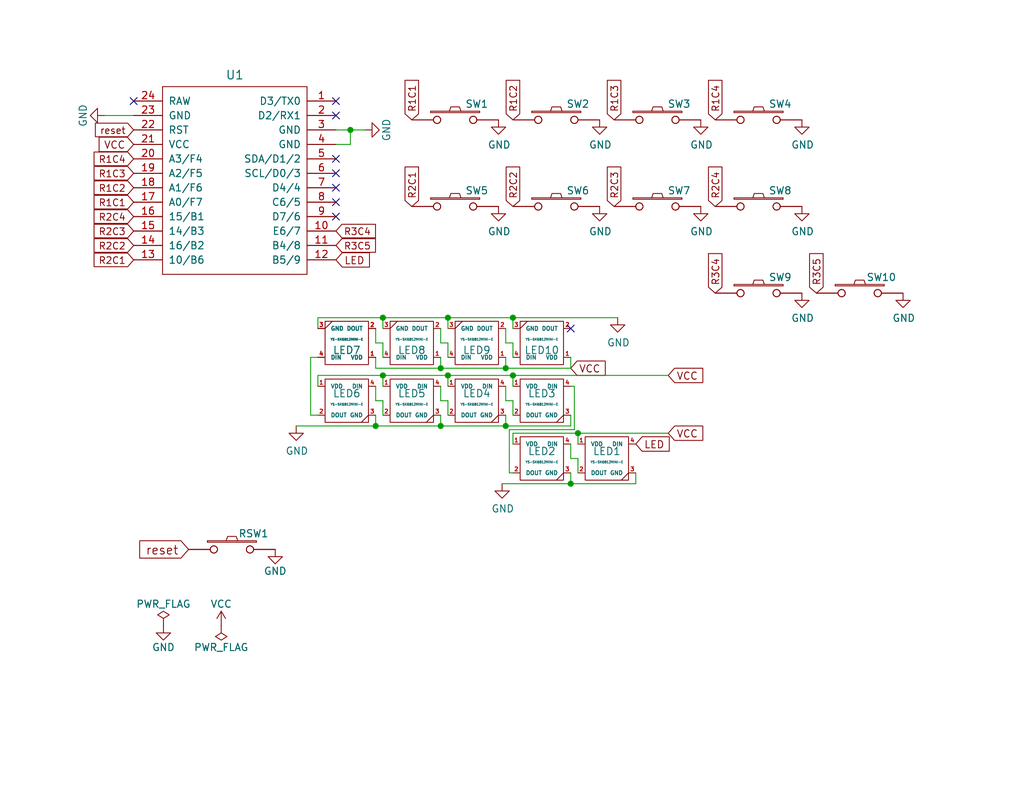
<source format=kicad_sch>
(kicad_sch (version 20230121) (generator eeschema)
  (paper "User" 180.01 140.005)
  (title_block (title "РИСАТЕНО") (date "2021-02-28") (rev "0.22_RGB") (company "Aroum"))
  (lib_symbols
    (symbol "PNCATEHO:ProMicro_r" (pin_names (offset 1.016))
      (property "Reference" "U" (at 1.27 22.86 0))
      (property "Value" "PNCATEHO_ProMicro_r" (at 1.27 -15.24 0))
      (symbol "ProMicro_r_0_1"
        (rectangle (start 13.97 20.32) (end -11.43 -12.7))
      )
      (symbol "ProMicro_r_1_1"
        (pin bidirectional line (at 19.05 17.78 180) (length 5.08) (name "D3/TX0") (number "1"))
        (pin bidirectional line (at 19.05 -5.08 180) (length 5.08) (name "E6/7") (number "10"))
        (pin bidirectional line (at 19.05 -7.62 180) (length 5.08) (name "B4/8") (number "11"))
        (pin bidirectional line (at 19.05 -10.16 180) (length 5.08) (name "B5/9") (number "12"))
        (pin bidirectional line (at -16.51 -10.16 0) (length 5.08) (name "10/B6") (number "13"))
        (pin bidirectional line (at -16.51 -7.62 0) (length 5.08) (name "16/B2") (number "14"))
        (pin bidirectional line (at -16.51 -5.08 0) (length 5.08) (name "14/B3") (number "15"))
        (pin bidirectional line (at -16.51 -2.54 0) (length 5.08) (name "15/B1") (number "16"))
        (pin bidirectional line (at -16.51 0 0) (length 5.08) (name "A0/F7") (number "17"))
        (pin bidirectional line (at -16.51 2.54 0) (length 5.08) (name "A1/F6") (number "18"))
        (pin bidirectional line (at -16.51 5.08 0) (length 5.08) (name "A2/F5") (number "19"))
        (pin bidirectional line (at 19.05 15.24 180) (length 5.08) (name "D2/RX1") (number "2"))
        (pin bidirectional line (at -16.51 7.62 0) (length 5.08) (name "A3/F4") (number "20"))
        (pin power_in line (at -16.51 10.16 0) (length 5.08) (name "VCC") (number "21"))
        (pin input line (at -16.51 12.7 0) (length 5.08) (name "RST") (number "22"))
        (pin power_in line (at -16.51 15.24 0) (length 5.08) (name "GND") (number "23"))
        (pin power_out line (at -16.51 17.78 0) (length 5.08) (name "RAW") (number "24"))
        (pin power_in line (at 19.05 12.7 180) (length 5.08) (name "GND") (number "3"))
        (pin power_in line (at 19.05 10.16 180) (length 5.08) (name "GND") (number "4"))
        (pin bidirectional line (at 19.05 7.62 180) (length 5.08) (name "SDA/D1/2") (number "5"))
        (pin bidirectional line (at 19.05 5.08 180) (length 5.08) (name "SCL/D0/3") (number "6"))
        (pin bidirectional line (at 19.05 2.54 180) (length 5.08) (name "D4/4") (number "7"))
        (pin bidirectional line (at 19.05 0 180) (length 5.08) (name "C6/5") (number "8"))
        (pin bidirectional line (at 19.05 -2.54 180) (length 5.08) (name "D7/6") (number "9"))
      )
    )
    (symbol "PNCATEHO:SW_PUSH" (pin_numbers hide) (pin_names (offset 1.016) hide)
      (property "Reference" "SW" (at 3.81 2.794 0))
      (property "Value" "PNCATEHO_SW_PUSH" (at 0 -2.032 0))
      (symbol "SW_PUSH_0_1"
        (rectangle (start -4.318 1.27) (end 4.318 1.524))
        (polyline (pts (xy -1.016 1.524) (xy -0.762 2.286) (xy 0.762 2.286) (xy 1.016 1.524)))
        (pin passive inverted (at -7.62 0 0) (length 5.08) (name "1") (number "1"))
        (pin passive inverted (at 7.62 0 180) (length 5.08) (name "2") (number "2"))
      )
    )
    (symbol "PNCATEHO:YS-SK6812MINI-E" (pin_names (offset 1.016))
      (property "Reference" "LED" (at 0 0 0))
      (property "Value" "PNCATEHO_YS-SK6812MINI-E" (at 0 -1.524 0))
      (symbol "YS-SK6812MINI-E_0_1"
        (rectangle (start -3.81 3.81) (end 3.81 -3.81))
        (polyline (pts (xy 2.54 -3.81) (xy 3.81 -2.54)))
      )
      (symbol "YS-SK6812MINI-E_1_1"
        (pin power_in line (at -5.08 2.54 0) (length 1.1938) (name "VDD") (number "1"))
        (pin output line (at -5.08 -2.54 0) (length 1.1938) (name "DOUT") (number "2"))
        (pin power_in line (at 5.08 -2.54 180) (length 1.1938) (name "GND") (number "3"))
        (pin input line (at 5.08 2.54 180) (length 1.1938) (name "DIN") (number "4"))
      )
    )
    (symbol "power:GND" (power) (pin_names (offset 0))
      (property "Value" "GND" (at 0 -3.81 0))
      (symbol "GND_0_1"
        (polyline (pts (xy 0 0) (xy 0 -1.27) (xy 1.27 -1.27) (xy 0 -2.54) (xy -1.27 -1.27) (xy 0 -1.27)))
      )
      (symbol "GND_1_1"
        (pin power_in line (at 0 0 270) (length 0) hide (name "GND") (number "1"))
      )
    )
    (symbol "power:PWR_FLAG" (power) (pin_numbers hide) (pin_names (offset 0) hide)
      (property "Value" "PWR_FLAG" (at 0 3.81 0))
      (symbol "PWR_FLAG_0_0"
        (pin power_out line (at 0 0 90) (length 0) (name "pwr") (number "1"))
      )
      (symbol "PWR_FLAG_0_1"
        (polyline (pts (xy 0 0) (xy 0 1.27) (xy -1.016 1.905) (xy 0 2.54) (xy 1.016 1.905) (xy 0 1.27)))
      )
    )
    (symbol "power:VCC" (power) (pin_names (offset 0))
      (property "Value" "VCC" (at 0 3.81 0))
      (symbol "VCC_0_1"
        (polyline (pts (xy -0.762 1.27) (xy 0 2.54)))
        (polyline (pts (xy 0 0) (xy 0 2.54)))
        (polyline (pts (xy 0 2.54) (xy 0.762 1.27)))
      )
      (symbol "VCC_1_1"
        (pin power_in line (at 0 0 90) (length 0) hide (name "VCC") (number "1"))
      )
    )
  )
  (junction (at 66.04 74.93))
  (junction (at 67.31 66.04))
  (junction (at 90.17 55.88))
  (junction (at 78.74 66.04))
  (junction (at 100.33 85.09))
  (junction (at 101.6 76.2))
  (junction (at 61.595 22.86))
  (junction (at 88.9 64.77))
  (junction (at 77.47 64.77))
  (junction (at 90.17 66.04))
  (junction (at 88.9 74.93))
  (junction (at 67.31 55.88))
  (junction (at 77.47 74.93))
  (junction (at 78.74 55.88))
  (no_connect (at 23.495 17.78))
  (no_connect (at 59.055 17.78))
  (no_connect (at 59.055 20.32))
  (no_connect (at 59.055 35.56))
  (no_connect (at 59.055 30.48))
  (no_connect (at 59.055 38.1))
  (no_connect (at 100.33 57.785))
  (no_connect (at 59.055 33.02))
  (no_connect (at 59.055 27.94))
  (wire (pts (xy 111.76 83.185) (xy 111.76 85.09)))
  (wire (pts (xy 67.31 73.025) (xy 67.31 70.485)))
  (wire (pts (xy 67.31 62.865) (xy 67.31 60.325)))
  (wire (pts (xy 67.31 55.88) (xy 55.88 55.88)))
  (wire (pts (xy 100.33 64.77) (xy 100.33 62.865)))
  (wire (pts (xy 64.135 22.86) (xy 61.595 22.86)))
  (wire (pts (xy 78.74 66.04) (xy 67.31 66.04)))
  (wire (pts (xy 90.17 66.04) (xy 78.74 66.04)))
  (wire (pts (xy 100.33 67.945) (xy 100.965 67.945)))
  (wire (pts (xy 54.61 73.025) (xy 54.61 62.865)))
  (wire (pts (xy 66.04 62.865) (xy 66.04 64.77)))
  (wire (pts (xy 88.9 74.93) (xy 77.47 74.93)))
  (wire (pts (xy 90.17 73.025) (xy 90.17 70.485)))
  (wire (pts (xy 66.04 74.93) (xy 52.07 74.93)))
  (wire (pts (xy 61.595 25.4) (xy 61.595 22.86)))
  (wire (pts (xy 78.74 60.325) (xy 77.47 60.325)))
  (wire (pts (xy 88.9 60.325) (xy 88.9 57.785)))
  (wire (pts (xy 101.6 83.185) (xy 101.6 80.645)))
  (wire (pts (xy 67.31 55.88) (xy 67.31 57.785)))
  (wire (pts (xy 90.17 67.945) (xy 90.17 66.04)))
  (wire (pts (xy 100.33 73.025) (xy 100.33 74.93)))
  (wire (pts (xy 55.88 73.025) (xy 54.61 73.025)))
  (wire (pts (xy 100.33 85.09) (xy 88.265 85.09)))
  (wire (pts (xy 66.04 74.93) (xy 66.04 73.025)))
  (wire (pts (xy 101.6 80.645) (xy 100.33 80.645)))
  (wire (pts (xy 88.9 74.93) (xy 88.9 73.025)))
  (wire (pts (xy 88.9 70.485) (xy 88.9 67.945)))
  (wire (pts (xy 88.9 64.77) (xy 88.9 62.865)))
  (wire (pts (xy 66.04 60.325) (xy 66.04 57.785)))
  (wire (pts (xy 101.6 76.2) (xy 101.6 78.105)))
  (wire (pts (xy 90.17 55.88) (xy 108.585 55.88)))
  (wire (pts (xy 90.17 78.105) (xy 90.17 76.2)))
  (wire (pts (xy 61.595 22.86) (xy 59.055 22.86)))
  (wire (pts (xy 90.17 55.88) (xy 78.74 55.88)))
  (wire (pts (xy 78.74 70.485) (xy 77.47 70.485)))
  (wire (pts (xy 100.33 74.93) (xy 88.9 74.93)))
  (wire (pts (xy 100.33 80.645) (xy 100.33 78.105)))
  (wire (pts (xy 77.47 70.485) (xy 77.47 67.945)))
  (wire (pts (xy 89.535 83.185) (xy 89.535 75.565)))
  (wire (pts (xy 100.33 85.09) (xy 111.76 85.09)))
  (wire (pts (xy 90.17 76.2) (xy 101.6 76.2)))
  (wire (pts (xy 77.47 60.325) (xy 77.47 57.785)))
  (wire (pts (xy 78.74 66.04) (xy 78.74 67.945)))
  (wire (pts (xy 66.04 70.485) (xy 66.04 67.945)))
  (wire (pts (xy 90.17 60.325) (xy 88.9 60.325)))
  (wire (pts (xy 77.47 74.93) (xy 66.04 74.93)))
  (wire (pts (xy 90.17 70.485) (xy 88.9 70.485)))
  (wire (pts (xy 77.47 74.93) (xy 77.47 73.025)))
  (wire (pts (xy 100.965 67.945) (xy 100.965 75.565)))
  (wire (pts (xy 54.61 62.865) (xy 55.88 62.865)))
  (wire (pts (xy 67.31 60.325) (xy 66.04 60.325)))
  (wire (pts (xy 78.74 73.025) (xy 78.74 70.485)))
  (wire (pts (xy 78.74 55.88) (xy 67.31 55.88)))
  (wire (pts (xy 117.475 66.04) (xy 90.17 66.04)))
  (wire (pts (xy 55.88 66.04) (xy 55.88 67.945)))
  (wire (pts (xy 89.535 75.565) (xy 100.965 75.565)))
  (wire (pts (xy 77.47 64.77) (xy 88.9 64.77)))
  (wire (pts (xy 55.88 55.88) (xy 55.88 57.785)))
  (wire (pts (xy 78.74 55.88) (xy 78.74 57.785)))
  (wire (pts (xy 23.495 20.32) (xy 18.415 20.32)))
  (wire (pts (xy 67.31 66.04) (xy 55.88 66.04)))
  (wire (pts (xy 66.04 64.77) (xy 77.47 64.77)))
  (wire (pts (xy 101.6 76.2) (xy 117.475 76.2)))
  (wire (pts (xy 90.17 62.865) (xy 90.17 60.325)))
  (wire (pts (xy 100.33 83.185) (xy 100.33 85.09)))
  (wire (pts (xy 90.17 57.785) (xy 90.17 55.88)))
  (wire (pts (xy 67.31 66.04) (xy 67.31 67.945)))
  (wire (pts (xy 88.9 64.77) (xy 100.33 64.77)))
  (wire (pts (xy 78.74 62.865) (xy 78.74 60.325)))
  (wire (pts (xy 59.055 25.4) (xy 61.595 25.4)))
  (wire (pts (xy 67.31 70.485) (xy 66.04 70.485)))
  (wire (pts (xy 77.47 64.77) (xy 77.47 62.865)))
  (wire (pts (xy 90.17 83.185) (xy 89.535 83.185)))
  (global_label "VCC" (shape input) (at 117.475 76.2 0) (property "Intersheetrefs" "${INTERSHEET_REFS}" (effects hide)))
  (global_label "R1C1" (shape input) (at 72.39 21.082 90) (effects (font (size 1.1938 1.1938))) (property "Intersheetrefs" "${INTERSHEET_REFS}" (effects hide)))
  (global_label "R2C2" (shape input) (at 23.495 43.18 180) (effects (font (size 1.1938 1.1938))) (property "Intersheetrefs" "${INTERSHEET_REFS}" (effects hide)))
  (global_label "VCC" (shape input) (at 100.33 64.77 0) (property "Intersheetrefs" "${INTERSHEET_REFS}" (effects hide)))
  (global_label "R2C1" (shape input) (at 72.39 36.322 90) (effects (font (size 1.1938 1.1938))) (property "Intersheetrefs" "${INTERSHEET_REFS}" (effects hide)))
  (global_label "VCC" (shape input) (at 23.495 25.4 180) (property "Intersheetrefs" "${INTERSHEET_REFS}" (effects hide)))
  (global_label "R2C2" (shape input) (at 90.17 36.322 90) (effects (font (size 1.1938 1.1938))) (property "Intersheetrefs" "${INTERSHEET_REFS}" (effects hide)))
  (global_label "R1C3" (shape input) (at 107.95 21.082 90) (effects (font (size 1.1938 1.1938))) (property "Intersheetrefs" "${INTERSHEET_REFS}" (effects hide)))
  (global_label "R2C1" (shape input) (at 23.495 45.72 180) (effects (font (size 1.1938 1.1938))) (property "Intersheetrefs" "${INTERSHEET_REFS}" (effects hide)))
  (global_label "R1C3" (shape input) (at 23.495 30.48 180) (effects (font (size 1.1938 1.1938))) (property "Intersheetrefs" "${INTERSHEET_REFS}" (effects hide)))
  (global_label "R1C2" (shape input) (at 90.17 21.082 90) (effects (font (size 1.1938 1.1938))) (property "Intersheetrefs" "${INTERSHEET_REFS}" (effects hide)))
  (global_label "reset" (shape input) (at 33.147 96.647 180) (effects (font (size 1.524 1.524))) (property "Intersheetrefs" "${INTERSHEET_REFS}" (effects hide)))
  (global_label "LED" (shape input) (at 111.76 78.105 0) (property "Intersheetrefs" "${INTERSHEET_REFS}" (effects hide)))
  (global_label "R3C5" (shape input) (at 59.055 43.18 0) (effects (font (size 1.1938 1.1938))) (property "Intersheetrefs" "${INTERSHEET_REFS}" (effects hide)))
  (global_label "reset" (shape input) (at 23.495 22.86 180) (effects (font (size 1.1938 1.1938))) (property "Intersheetrefs" "${INTERSHEET_REFS}" (effects hide)))
  (global_label "R3C4" (shape input) (at 125.73 51.562 90) (effects (font (size 1.1938 1.1938))) (property "Intersheetrefs" "${INTERSHEET_REFS}" (effects hide)))
  (global_label "R1C4" (shape input) (at 23.495 27.94 180) (effects (font (size 1.1938 1.1938))) (property "Intersheetrefs" "${INTERSHEET_REFS}" (effects hide)))
  (global_label "R1C1" (shape input) (at 23.495 35.56 180) (effects (font (size 1.1938 1.1938))) (property "Intersheetrefs" "${INTERSHEET_REFS}" (effects hide)))
  (global_label "R1C4" (shape input) (at 125.73 21.082 90) (effects (font (size 1.1938 1.1938))) (property "Intersheetrefs" "${INTERSHEET_REFS}" (effects hide)))
  (global_label "R1C2" (shape input) (at 23.495 33.02 180) (effects (font (size 1.1938 1.1938))) (property "Intersheetrefs" "${INTERSHEET_REFS}" (effects hide)))
  (global_label "R3C4" (shape input) (at 59.055 40.64 0) (effects (font (size 1.1938 1.1938))) (property "Intersheetrefs" "${INTERSHEET_REFS}" (effects hide)))
  (global_label "R3C5" (shape input) (at 143.51 51.562 90) (effects (font (size 1.1938 1.1938))) (property "Intersheetrefs" "${INTERSHEET_REFS}" (effects hide)))
  (global_label "R2C3" (shape input) (at 23.495 40.64 180) (effects (font (size 1.1938 1.1938))) (property "Intersheetrefs" "${INTERSHEET_REFS}" (effects hide)))
  (global_label "VCC" (shape input) (at 117.475 66.04 0) (property "Intersheetrefs" "${INTERSHEET_REFS}" (effects hide)))
  (global_label "R2C4" (shape input) (at 23.495 38.1 180) (effects (font (size 1.1938 1.1938))) (property "Intersheetrefs" "${INTERSHEET_REFS}" (effects hide)))
  (global_label "R2C3" (shape input) (at 107.95 36.322 90) (effects (font (size 1.1938 1.1938))) (property "Intersheetrefs" "${INTERSHEET_REFS}" (effects hide)))
  (global_label "R2C4" (shape input) (at 125.73 36.322 90) (effects (font (size 1.1938 1.1938))) (property "Intersheetrefs" "${INTERSHEET_REFS}" (effects hide)))
  (global_label "LED" (shape input) (at 59.055 45.72 0) (property "Intersheetrefs" "${INTERSHEET_REFS}" (effects hide)))
  (symbol (lib_id "PNCATEHO:SW_PUSH") (at 80.01 21.082 0) (unit 1)
    (property "Reference" "SW1" (at 83.82 18.288 0))
    (property "Value" "SW_PUSH" (effects hide))
    (property "Footprint" "PNCATEHO:ChocV1_duplex" (effects hide))
  )
  (symbol (lib_id "PNCATEHO:SW_PUSH") (at 97.79 21.082 0) (unit 1)
    (property "Reference" "SW2" (at 101.6 18.288 0))
    (property "Value" "SW_PUSH" (effects hide))
    (property "Footprint" "PNCATEHO:ChocV1_duplex" (effects hide))
  )
  (symbol (lib_id "PNCATEHO:SW_PUSH") (at 115.57 21.082 0) (unit 1)
    (property "Reference" "SW3" (at 119.38 18.288 0))
    (property "Value" "SW_PUSH" (effects hide))
    (property "Footprint" "PNCATEHO:ChocV1_duplex" (effects hide))
  )
  (symbol (lib_id "PNCATEHO:SW_PUSH") (at 133.35 21.082 0) (unit 1)
    (property "Reference" "SW4" (at 137.16 18.288 0))
    (property "Value" "SW_PUSH" (effects hide))
    (property "Footprint" "PNCATEHO:ChocV1_duplex" (effects hide))
  )
  (symbol (lib_id "PNCATEHO:SW_PUSH") (at 80.01 36.322 0) (unit 1)
    (property "Reference" "SW5" (at 83.82 33.528 0))
    (property "Value" "SW_PUSH" (effects hide))
    (property "Footprint" "PNCATEHO:ChocV1_duplex" (effects hide))
  )
  (symbol (lib_id "PNCATEHO:SW_PUSH") (at 97.79 36.322 0) (unit 1)
    (property "Reference" "SW6" (at 101.6 33.528 0))
    (property "Value" "SW_PUSH" (effects hide))
    (property "Footprint" "PNCATEHO:ChocV1_duplex" (effects hide))
  )
  (symbol (lib_id "PNCATEHO:SW_PUSH") (at 115.57 36.322 0) (unit 1)
    (property "Reference" "SW7" (at 119.38 33.528 0))
    (property "Value" "SW_PUSH" (effects hide))
    (property "Footprint" "PNCATEHO:ChocV1_duplex" (effects hide))
  )
  (symbol (lib_id "PNCATEHO:SW_PUSH") (at 133.35 36.322 0) (unit 1)
    (property "Reference" "SW8" (at 137.16 33.528 0))
    (property "Value" "SW_PUSH" (effects hide))
    (property "Footprint" "PNCATEHO:ChocV1_duplex" (effects hide))
  )
  (symbol (lib_id "PNCATEHO:SW_PUSH") (at 133.35 51.562 0) (unit 1)
    (property "Reference" "SW9" (at 137.16 48.768 0))
    (property "Value" "SW_PUSH" (effects hide))
    (property "Footprint" "PNCATEHO:ChocV1_duplex" (effects hide))
  )
  (symbol (lib_id "PNCATEHO:SW_PUSH") (at 151.13 51.562 0) (unit 1)
    (property "Reference" "SW10" (at 154.94 48.768 0))
    (property "Value" "SW_PUSH" (effects hide))
    (property "Footprint" "PNCATEHO:ChocV1_duplex" (effects hide))
  )
  (symbol (lib_id "power:GND") (at 64.135 22.86 90) (unit 1)
    (property "Reference" "#PWR08" (effects hide))
    (property "Value" "GND" (at 67.945 22.86 0))
  )
  (symbol (lib_id "power:GND") (at 28.7274 110.0582 0) (unit 1)
    (property "Reference" "#PWR04" (effects hide))
    (property "Value" "GND" (at 28.7274 113.8682 0))
  )
  (symbol (lib_id "power:VCC") (at 38.8874 110.0582 0) (unit 1)
    (property "Reference" "#PWR05" (effects hide))
    (property "Value" "VCC" (at 38.8874 106.2482 0))
  )
  (symbol (lib_id "power:PWR_FLAG") (at 38.8874 110.0582 180) (unit 1)
    (property "Reference" "#FLG02" (effects hide))
    (property "Value" "PWR_FLAG" (at 38.8874 113.8682 0))
  )
  (symbol (lib_id "power:PWR_FLAG") (at 28.7274 110.0582 0) (unit 1)
    (property "Reference" "#FLG01" (effects hide))
    (property "Value" "PWR_FLAG" (at 28.7274 106.2482 0))
  )
  (symbol (lib_id "PNCATEHO:SW_PUSH") (at 40.767 96.647 0) (unit 1)
    (property "Reference" "RSW1" (at 44.577 93.853 0))
    (property "Value" "SW_PUSH" (effects hide))
    (property "Footprint" "PNCATEHO:SW_3x4x2_2legs_duplex" (effects hide))
  )
  (symbol (lib_id "power:GND") (at 48.387 96.647 0) (unit 1)
    (property "Reference" "#PWR0101" (effects hide))
    (property "Value" "GND" (at 48.387 100.457 0))
  )
  (symbol (lib_id "PNCATEHO:ProMicro_r") (at 40.005 35.56 0) (unit 1)
    (property "Reference" "U1" (at 41.275 13.1826 0) (effects (font (size 1.524 1.524))))
    (property "Value" "ProMicro_r" (effects hide))
    (property "Footprint" "PNCATEHO:ProMicro_duplex" (effects hide))
  )
  (symbol (lib_id "power:GND") (at 18.415 20.32 270) (unit 1)
    (property "Reference" "#PWR0111" (effects hide))
    (property "Value" "GND" (at 14.605 20.32 0))
  )
  (symbol (lib_id "power:GND") (at 140.97 36.322 0) (unit 1)
    (property "Reference" "#PWR0102" (effects hide))
    (property "Value" "GND" (at 141.097 40.7162 0))
  )
  (symbol (lib_id "power:GND") (at 123.19 36.322 0) (unit 1)
    (property "Reference" "#PWR0103" (effects hide))
    (property "Value" "GND" (at 123.317 40.7162 0))
  )
  (symbol (lib_id "power:GND") (at 105.41 36.322 0) (unit 1)
    (property "Reference" "#PWR0104" (effects hide))
    (property "Value" "GND" (at 105.537 40.7162 0))
  )
  (symbol (lib_id "power:GND") (at 87.63 36.322 0) (unit 1)
    (property "Reference" "#PWR0105" (effects hide))
    (property "Value" "GND" (at 87.757 40.7162 0))
  )
  (symbol (lib_id "power:GND") (at 140.97 51.562 0) (unit 1)
    (property "Reference" "#PWR0106" (effects hide))
    (property "Value" "GND" (at 141.097 55.9562 0))
  )
  (symbol (lib_id "power:GND") (at 158.75 51.562 0) (unit 1)
    (property "Reference" "#PWR0107" (effects hide))
    (property "Value" "GND" (at 158.877 55.9562 0))
  )
  (symbol (lib_id "power:GND") (at 140.97 21.082 0) (unit 1)
    (property "Reference" "#PWR0108" (effects hide))
    (property "Value" "GND" (at 141.097 25.4762 0))
  )
  (symbol (lib_id "power:GND") (at 123.19 21.082 0) (unit 1)
    (property "Reference" "#PWR0109" (effects hide))
    (property "Value" "GND" (at 123.317 25.4762 0))
  )
  (symbol (lib_id "power:GND") (at 105.41 21.082 0) (unit 1)
    (property "Reference" "#PWR0110" (effects hide))
    (property "Value" "GND" (at 105.537 25.4762 0))
  )
  (symbol (lib_id "power:GND") (at 87.63 21.082 0) (unit 1)
    (property "Reference" "#PWR0112" (effects hide))
    (property "Value" "GND" (at 87.757 25.4762 0))
  )
  (symbol (lib_id "power:GND") (at 88.265 85.09 0) (unit 1)
    (property "Reference" "#PWR0113" (effects hide))
    (property "Value" "GND" (at 88.392 89.4842 0))
  )
  (symbol (lib_id "PNCATEHO:YS-SK6812MINI-E") (at 106.68 80.645 0) (unit 1)
    (property "Reference" "LED1" (at 106.68 79.375 0) (effects (font (size 1.2954 1.2954))))
    (property "Value" "YS-SK6812MINI-E" (at 106.68 81.28 0) (effects (font (size 0.4064 0.4064))))
    (property "Footprint" "PNCATEHO:YS-SK6812MINI-E_duplex" (effects hide))
  )
  (symbol (lib_id "PNCATEHO:YS-SK6812MINI-E") (at 95.25 80.645 0) (unit 1)
    (property "Reference" "LED2" (at 95.25 79.375 0) (effects (font (size 1.2954 1.2954))))
    (property "Value" "YS-SK6812MINI-E" (at 95.25 81.28 0) (effects (font (size 0.4064 0.4064))))
    (property "Footprint" "PNCATEHO:YS-SK6812MINI-E_duplex" (effects hide))
  )
  (symbol (lib_id "PNCATEHO:YS-SK6812MINI-E") (at 95.25 70.485 0) (unit 1)
    (property "Reference" "LED3" (at 95.25 69.215 0) (effects (font (size 1.2954 1.2954))))
    (property "Value" "YS-SK6812MINI-E" (at 95.25 71.12 0) (effects (font (size 0.4064 0.4064))))
    (property "Footprint" "PNCATEHO:YS-SK6812MINI-E_duplex" (effects hide))
  )
  (symbol (lib_id "PNCATEHO:YS-SK6812MINI-E") (at 83.82 70.485 0) (unit 1)
    (property "Reference" "LED4" (at 83.82 69.215 0) (effects (font (size 1.2954 1.2954))))
    (property "Value" "YS-SK6812MINI-E" (at 83.82 71.12 0) (effects (font (size 0.4064 0.4064))))
    (property "Footprint" "PNCATEHO:YS-SK6812MINI-E_duplex" (effects hide))
  )
  (symbol (lib_id "PNCATEHO:YS-SK6812MINI-E") (at 72.39 70.485 0) (unit 1)
    (property "Reference" "LED5" (at 72.39 69.215 0) (effects (font (size 1.2954 1.2954))))
    (property "Value" "YS-SK6812MINI-E" (at 72.39 71.12 0) (effects (font (size 0.4064 0.4064))))
    (property "Footprint" "PNCATEHO:YS-SK6812MINI-E_duplex" (effects hide))
  )
  (symbol (lib_id "PNCATEHO:YS-SK6812MINI-E") (at 60.96 70.485 0) (unit 1)
    (property "Reference" "LED6" (at 60.96 69.215 0) (effects (font (size 1.2954 1.2954))))
    (property "Value" "YS-SK6812MINI-E" (at 60.96 71.12 0) (effects (font (size 0.4064 0.4064))))
    (property "Footprint" "PNCATEHO:YS-SK6812MINI-E_duplex" (effects hide))
  )
  (symbol (lib_id "PNCATEHO:YS-SK6812MINI-E") (at 95.25 60.325 180) (unit 1)
    (property "Reference" "LED10" (at 95.25 61.595 0) (effects (font (size 1.2954 1.2954))))
    (property "Value" "YS-SK6812MINI-E" (at 95.25 59.69 0) (effects (font (size 0.4064 0.4064))))
    (property "Footprint" "PNCATEHO:YS-SK6812MINI-E_duplex" (effects hide))
  )
  (symbol (lib_id "PNCATEHO:YS-SK6812MINI-E") (at 83.82 60.325 180) (unit 1)
    (property "Reference" "LED9" (at 83.82 61.595 0) (effects (font (size 1.2954 1.2954))))
    (property "Value" "YS-SK6812MINI-E" (at 83.82 59.69 0) (effects (font (size 0.4064 0.4064))))
    (property "Footprint" "PNCATEHO:YS-SK6812MINI-E_duplex" (effects hide))
  )
  (symbol (lib_id "PNCATEHO:YS-SK6812MINI-E") (at 72.39 60.325 180) (unit 1)
    (property "Reference" "LED8" (at 72.39 61.595 0) (effects (font (size 1.2954 1.2954))))
    (property "Value" "YS-SK6812MINI-E" (at 72.39 59.69 0) (effects (font (size 0.4064 0.4064))))
    (property "Footprint" "PNCATEHO:YS-SK6812MINI-E_duplex" (effects hide))
  )
  (symbol (lib_id "PNCATEHO:YS-SK6812MINI-E") (at 60.96 60.325 180) (unit 1)
    (property "Reference" "LED7" (at 60.96 61.595 0) (effects (font (size 1.2954 1.2954))))
    (property "Value" "YS-SK6812MINI-E" (at 60.96 59.69 0) (effects (font (size 0.4064 0.4064))))
    (property "Footprint" "PNCATEHO:YS-SK6812MINI-E_duplex" (effects hide))
  )
  (symbol (lib_id "power:GND") (at 108.585 55.88 0) (unit 1)
    (property "Reference" "#PWR0114" (effects hide))
    (property "Value" "GND" (at 108.712 60.2742 0))
  )
  (symbol (lib_id "power:GND") (at 52.07 74.93 0) (unit 1)
    (property "Reference" "#PWR0115" (effects hide))
    (property "Value" "GND" (at 52.197 79.3242 0))
  )
)
</source>
